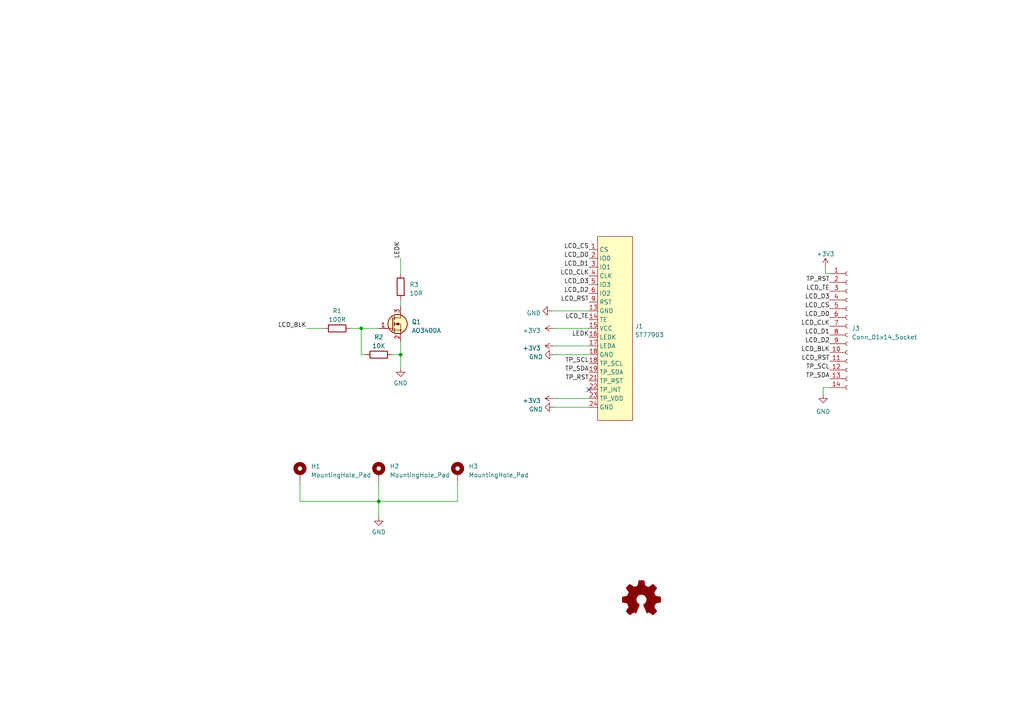
<source format=kicad_sch>
(kicad_sch (version 20230221) (generator eeschema)
  (paper "A4")
  (lib_symbols
    (symbol "Connector:Conn_01x14_Socket" (pin_names (offset 1.016) hide)
      (property "Reference" "J" (at 0 17.78 0))
      (property "Value" "Conn_01x14_Socket" (at 0 -20.32 0))
      (symbol "Conn_01x14_Socket_1_1"
        (arc (start 0 -17.272) (mid -0.5058 -17.78) (end 0 -18.288) (stroke (width 0.1524)))
        (arc (start 0 -14.732) (mid -0.5058 -15.24) (end 0 -15.748) (stroke (width 0.1524)))
        (arc (start 0 -12.192) (mid -0.5058 -12.7) (end 0 -13.208) (stroke (width 0.1524)))
        (arc (start 0 -9.652) (mid -0.5058 -10.16) (end 0 -10.668) (stroke (width 0.1524)))
        (arc (start 0 -7.112) (mid -0.5058 -7.62) (end 0 -8.128) (stroke (width 0.1524)))
        (arc (start 0 -4.572) (mid -0.5058 -5.08) (end 0 -5.588) (stroke (width 0.1524)))
        (arc (start 0 -2.032) (mid -0.5058 -2.54) (end 0 -3.048) (stroke (width 0.1524)))
        (polyline (pts (xy -1.27 -17.78) (xy -0.508 -17.78)) (stroke (width 0.1524)))
        (polyline (pts (xy -1.27 -15.24) (xy -0.508 -15.24)) (stroke (width 0.1524)))
        (polyline (pts (xy -1.27 -12.7) (xy -0.508 -12.7)) (stroke (width 0.1524)))
        (polyline (pts (xy -1.27 -10.16) (xy -0.508 -10.16)) (stroke (width 0.1524)))
        (polyline (pts (xy -1.27 -7.62) (xy -0.508 -7.62)) (stroke (width 0.1524)))
        (polyline (pts (xy -1.27 -5.08) (xy -0.508 -5.08)) (stroke (width 0.1524)))
        (polyline (pts (xy -1.27 -2.54) (xy -0.508 -2.54)) (stroke (width 0.1524)))
        (polyline (pts (xy -1.27 0) (xy -0.508 0)) (stroke (width 0.1524)))
        (polyline (pts (xy -1.27 2.54) (xy -0.508 2.54)) (stroke (width 0.1524)))
        (polyline (pts (xy -1.27 5.08) (xy -0.508 5.08)) (stroke (width 0.1524)))
        (polyline (pts (xy -1.27 7.62) (xy -0.508 7.62)) (stroke (width 0.1524)))
        (polyline (pts (xy -1.27 10.16) (xy -0.508 10.16)) (stroke (width 0.1524)))
        (polyline (pts (xy -1.27 12.7) (xy -0.508 12.7)) (stroke (width 0.1524)))
        (polyline (pts (xy -1.27 15.24) (xy -0.508 15.24)) (stroke (width 0.1524)))
        (arc (start 0 0.508) (mid -0.5058 0) (end 0 -0.508) (stroke (width 0.1524)))
        (arc (start 0 3.048) (mid -0.5058 2.54) (end 0 2.032) (stroke (width 0.1524)))
        (arc (start 0 5.588) (mid -0.5058 5.08) (end 0 4.572) (stroke (width 0.1524)))
        (arc (start 0 8.128) (mid -0.5058 7.62) (end 0 7.112) (stroke (width 0.1524)))
        (arc (start 0 10.668) (mid -0.5058 10.16) (end 0 9.652) (stroke (width 0.1524)))
        (arc (start 0 13.208) (mid -0.5058 12.7) (end 0 12.192) (stroke (width 0.1524)))
        (arc (start 0 15.748) (mid -0.5058 15.24) (end 0 14.732) (stroke (width 0.1524)))
        (pin passive line (at -5.08 15.24 0) (length 3.81) (name "Pin_1") (number "1"))
        (pin passive line (at -5.08 -7.62 0) (length 3.81) (name "Pin_10") (number "10"))
        (pin passive line (at -5.08 -10.16 0) (length 3.81) (name "Pin_11") (number "11"))
        (pin passive line (at -5.08 -12.7 0) (length 3.81) (name "Pin_12") (number "12"))
        (pin passive line (at -5.08 -15.24 0) (length 3.81) (name "Pin_13") (number "13"))
        (pin passive line (at -5.08 -17.78 0) (length 3.81) (name "Pin_14") (number "14"))
        (pin passive line (at -5.08 12.7 0) (length 3.81) (name "Pin_2") (number "2"))
        (pin passive line (at -5.08 10.16 0) (length 3.81) (name "Pin_3") (number "3"))
        (pin passive line (at -5.08 7.62 0) (length 3.81) (name "Pin_4") (number "4"))
        (pin passive line (at -5.08 5.08 0) (length 3.81) (name "Pin_5") (number "5"))
        (pin passive line (at -5.08 2.54 0) (length 3.81) (name "Pin_6") (number "6"))
        (pin passive line (at -5.08 0 0) (length 3.81) (name "Pin_7") (number "7"))
        (pin passive line (at -5.08 -2.54 0) (length 3.81) (name "Pin_8") (number "8"))
        (pin passive line (at -5.08 -5.08 0) (length 3.81) (name "Pin_9") (number "9"))
      )
    )
    (symbol "Device:R" (pin_numbers hide) (pin_names (offset 0))
      (property "Reference" "R" (at 2.032 0 90))
      (property "Value" "R" (at 0 0 90))
      (symbol "R_0_1"
        (rectangle (start -1.016 -2.54) (end 1.016 2.54) (stroke (width 0.254)))
      )
      (symbol "R_1_1"
        (pin passive line (at 0 3.81 270) (length 1.27) (name "~") (number "1"))
        (pin passive line (at 0 -3.81 90) (length 1.27) (name "~") (number "2"))
      )
    )
    (symbol "Graphic:Logo_Open_Hardware_Small" (in_bom no) (on_board no)
      (symbol "Logo_Open_Hardware_Small_0_1"
        (polyline (pts (xy 3.3528 -4.3434) (xy 3.302 -4.318) (xy 3.175 -4.2418) (xy 2.9972 -4.1148) (xy 2.7686 -3.9624) (xy 2.54 -3.81) (xy 2.3622 -3.7084) (xy 2.2352 -3.6068) (xy 2.1844 -3.5814) (xy 2.159 -3.6068) (xy 2.0574 -3.6576) (xy 1.905 -3.7338) (xy 1.8034 -3.7846) (xy 1.6764 -3.8354) (xy 1.6002 -3.8354) (xy 1.6002 -3.8354) (xy 1.5494 -3.7338) (xy 1.4732 -3.5306) (xy 1.3462 -3.302) (xy 1.2446 -3.0226) (xy 1.1176 -2.7178) (xy 0.9652 -2.413) (xy 0.8636 -2.1082) (xy 0.7366 -1.8288) (xy 0.6604 -1.6256) (xy 0.6096 -1.4732) (xy 0.5842 -1.397) (xy 0.5842 -1.397) (xy 0.6604 -1.3208) (xy 0.7874 -1.2446) (xy 1.0414 -1.016) (xy 1.2954 -0.6858) (xy 1.4478 -0.3302) (xy 1.524 0.0762) (xy 1.4732 0.4572) (xy 1.3208 0.8128) (xy 1.0668 1.143) (xy 0.762 1.3716) (xy 0.4064 1.524) (xy 0 1.5748) (xy -0.381 1.5494) (xy -0.7366 1.397) (xy -1.0668 1.143) (xy -1.2192 0.9906) (xy -1.397 0.6604) (xy -1.524 0.3048) (xy -1.524 0.2286) (xy -1.4986 -0.1778) (xy -1.397 -0.5334) (xy -1.1938 -0.8636) (xy -0.9144 -1.143) (xy -0.8636 -1.1684) (xy -0.7366 -1.27) (xy -0.635 -1.3462) (xy -0.5842 -1.397) (xy -1.0668 -2.5908) (xy -1.143 -2.794) (xy -1.2954 -3.1242) (xy -1.397 -3.4036) (xy -1.4986 -3.6322) (xy -1.5748 -3.7846) (xy -1.6002 -3.8354) (xy -1.6002 -3.8354) (xy -1.651 -3.8354) (xy -1.7272 -3.81) (xy -1.905 -3.7338) (xy -2.0066 -3.683) (xy -2.1336 -3.6068) (xy -2.2098 -3.5814) (xy -2.2606 -3.6068) (xy -2.3622 -3.683) (xy -2.54 -3.81) (xy -2.7686 -3.9624) (xy -2.9718 -4.0894) (xy -3.1496 -4.2164) (xy -3.302 -4.318) (xy -3.3528 -4.3434) (xy -3.3782 -4.3434) (xy -3.429 -4.318) (xy -3.5306 -4.2164) (xy -3.7084 -4.064) (xy -3.937 -3.8354) (xy -3.9624 -3.81) (xy -4.1656 -3.6068) (xy -4.318 -3.4544) (xy -4.4196 -3.3274) (xy -4.445 -3.2766) (xy -4.445 -3.2766) (xy -4.4196 -3.2258) (xy -4.318 -3.0734) (xy -4.2164 -2.8956) (xy -4.064 -2.667) (xy -3.6576 -2.0828) (xy -3.8862 -1.5494) (xy -3.937 -1.3716) (xy -4.0386 -1.1684) (xy -4.0894 -1.0414) (xy -4.1148 -0.9652) (xy -4.191 -0.9398) (xy -4.318 -0.9144) (xy -4.5466 -0.8636) (xy -4.8006 -0.8128) (xy -5.0546 -0.7874) (xy -5.2578 -0.7366) (xy -5.4356 -0.7112) (xy -5.5118 -0.6858) (xy -5.5118 -0.6858) (xy -5.5372 -0.635) (xy -5.5372 -0.5588) (xy -5.5372 -0.4318) (xy -5.5626 -0.2286) (xy -5.5626 0.0762) (xy -5.5626 0.127) (xy -5.5372 0.4064) (xy -5.5372 0.635) (xy -5.5372 0.762) (xy -5.5372 0.8382) (xy -5.5372 0.8382) (xy -5.461 0.8382) (xy -5.3086 0.889) (xy -5.08 0.9144) (xy -4.826 0.9652) (xy -4.8006 0.9906) (xy -4.5466 1.0414) (xy -4.318 1.0668) (xy -4.1656 1.1176) (xy -4.0894 1.143) (xy -4.0894 1.143) (xy -4.0386 1.2446) (xy -3.9624 1.4224) (xy -3.8608 1.6256) (xy -3.7846 1.8288) (xy -3.7084 2.0066) (xy -3.6576 2.159) (xy -3.6322 2.2098) (xy -3.6322 2.2098) (xy -3.683 2.286) (xy -3.7592 2.413) (xy -3.8862 2.5908) (xy -4.064 2.8194) (xy -4.064 2.8448) (xy -4.2164 3.0734) (xy -4.3434 3.2512) (xy -4.4196 3.3782) (xy -4.445 3.4544) (xy -4.445 3.4544) (xy -4.3942 3.5052) (xy -4.2926 3.6322) (xy -4.1148 3.81) (xy -3.937 4.0132) (xy -3.8608 4.064) (xy -3.6576 4.2926) (xy -3.5052 4.4196) (xy -3.4036 4.4958) (xy -3.3528 4.5212) (xy -3.3528 4.5212) (xy -3.302 4.4704) (xy -3.1496 4.3688) (xy -2.9718 4.2418) (xy -2.7432 4.0894) (xy -2.7178 4.0894) (xy -2.4892 3.937) (xy -2.3114 3.81) (xy -2.1844 3.7084) (xy -2.1336 3.683) (xy -2.1082 3.683) (xy -2.032 3.7084) (xy -1.8542 3.7592) (xy -1.6764 3.8354) (xy -1.4732 3.937) (xy -1.27 4.0132) (xy -1.143 4.064) (xy -1.0668 4.1148) (xy -1.0668 4.1148) (xy -1.0414 4.191) (xy -1.016 4.3434) (xy -0.9652 4.572) (xy -0.9144 4.8514) (xy -0.889 4.9022) (xy -0.8382 5.1562) (xy -0.8128 5.3848) (xy -0.7874 5.5372) (xy -0.762 5.588) (xy -0.7112 5.6134) (xy -0.5842 5.6134) (xy -0.4064 5.6134) (xy -0.1524 5.6134) (xy 0.0762 5.6134) (xy 0.3302 5.6134) (xy 0.5334 5.6134) (xy 0.6858 5.588) (xy 0.7366 5.588) (xy 0.7366 5.588) (xy 0.762 5.5118) (xy 0.8128 5.334) (xy 0.8382 5.1054) (xy 0.9144 4.826) (xy 0.9144 4.7752) (xy 0.9652 4.5212) (xy 1.016 4.2926) (xy 1.0414 4.1402) (xy 1.0668 4.0894) (xy 1.0668 4.0894) (xy 1.1938 4.0386) (xy 1.3716 3.9624) (xy 1.5748 3.8608) (xy 2.0828 3.6576) (xy 2.7178 4.0894) (xy 2.7686 4.1402) (xy 2.9972 4.2926) (xy 3.175 4.4196) (xy 3.302 4.4958) (xy 3.3782 4.5212) (xy 3.3782 4.5212) (xy 3.429 4.4704) (xy 3.556 4.3434) (xy 3.7338 4.191) (xy 3.9116 3.9878) (xy 4.064 3.8354) (xy 4.2418 3.6576) (xy 4.3434 3.556) (xy 4.4196 3.4798) (xy 4.4196 3.429) (xy 4.4196 3.4036) (xy 4.3942 3.3274) (xy 4.2926 3.2004) (xy 4.1656 2.9972) (xy 4.0132 2.794) (xy 3.8862 2.5908) (xy 3.7592 2.3876) (xy 3.6576 2.2352) (xy 3.6322 2.159) (xy 3.6322 2.1336) (xy 3.683 2.0066) (xy 3.7592 1.8288) (xy 3.8608 1.6002) (xy 4.064 1.1176) (xy 4.3942 1.0414) (xy 4.5974 1.016) (xy 4.8768 0.9652) (xy 5.1308 0.9144) (xy 5.5372 0.8382) (xy 5.5626 -0.6604) (xy 5.4864 -0.6858) (xy 5.4356 -0.6858) (xy 5.2832 -0.7366) (xy 5.0546 -0.762) (xy 4.8006 -0.8128) (xy 4.5974 -0.8636) (xy 4.3688 -0.9144) (xy 4.2164 -0.9398) (xy 4.1402 -0.9398) (xy 4.1148 -0.9652) (xy 4.064 -1.0668) (xy 3.9878 -1.2446) (xy 3.9116 -1.4478) (xy 3.81 -1.651) (xy 3.7338 -1.8542) (xy 3.683 -2.0066) (xy 3.6576 -2.0828) (xy 3.683 -2.1336) (xy 3.7846 -2.2606) (xy 3.8862 -2.4638) (xy 4.0386 -2.667) (xy 4.191 -2.8956) (xy 4.318 -3.0734) (xy 4.3942 -3.2004) (xy 4.445 -3.2766) (xy 4.4196 -3.3274) (xy 4.3434 -3.429) (xy 4.1656 -3.5814) (xy 3.937 -3.8354) (xy 3.8862 -3.8608) (xy 3.683 -4.064) (xy 3.5306 -4.2164) (xy 3.4036 -4.318) (xy 3.3528 -4.3434)) (fill (type outline)))
      )
    )
    (symbol "Mechanical:MountingHole_Pad" (pin_numbers hide) (pin_names (offset 1.016) hide)
      (property "Reference" "H" (at 0 6.35 0))
      (property "Value" "MountingHole_Pad" (at 0 4.445 0))
      (symbol "MountingHole_Pad_0_1"
        (circle (center 0 1.27) (radius 1.27) (stroke (width 1.27)))
      )
      (symbol "MountingHole_Pad_1_1"
        (pin input line (at 0 -2.54 90) (length 2.54) (name "1") (number "1"))
      )
    )
    (symbol "PCM_Transistor_MOSFET_AKL:AO3400A" (pin_names hide)
      (property "Reference" "Q" (at 5.08 1.27 0))
      (property "Value" "AO3400A" (at 5.08 -1.27 0))
      (symbol "AO3400A_0_1"
        (polyline (pts (xy 0.254 -1.27) (xy -2.54 -1.27)))
        (polyline (pts (xy 0.254 1.905) (xy 0.254 -1.905)) (stroke (width 0.254)))
        (polyline (pts (xy 0.762 -1.778) (xy 2.54 -1.778)))
        (polyline (pts (xy 0.762 -1.27) (xy 0.762 -2.286)) (stroke (width 0.254)))
        (polyline (pts (xy 0.762 0.508) (xy 0.762 -0.508)) (stroke (width 0.254)))
        (polyline (pts (xy 0.762 2.286) (xy 0.762 1.27)) (stroke (width 0.254)))
        (polyline (pts (xy 2.54 1.778) (xy 0.762 1.778)))
        (polyline (pts (xy 2.54 2.54) (xy 2.54 1.778)))
        (polyline (pts (xy 2.54 -2.54) (xy 2.54 0) (xy 0.762 0)))
        (polyline (pts (xy 1.016 0) (xy 2.032 0.381) (xy 2.032 -0.381) (xy 1.016 0)) (fill (type outline)))
        (circle (center 1.651 0) (radius 2.794) (stroke (width 0.254)) (fill (type background)))
        (circle (center 2.54 -1.778) (radius 0.1778) (fill (type outline)))
      )
      (symbol "AO3400A_1_1"
        (pin input line (at -3.81 -1.27 0) (length 2.54) (name "G") (number "1"))
        (pin passive line (at 2.54 -5.08 90) (length 2.54) (name "S") (number "2"))
        (pin passive line (at 2.54 5.08 270) (length 2.54) (name "D") (number "3"))
      )
    )
    (symbol "ST77903:ST77903"
      (property "Reference" "J" (at -5.08 30.48 0))
      (property "Value" "ST77903" (at -1.27 27.94 0))
      (symbol "ST77903_0_1"
        (rectangle (start -5.08 26.67) (end 5.08 -26.67) (fill (type background)))
      )
      (symbol "ST77903_1_0"
        (pin input line (at -7.62 22.86 0) (length 2.54) (name "CS") (number "1"))
        (pin power_in line (at -7.62 5.08 0) (length 2.54) (name "GND") (number "13"))
        (pin output line (at -7.62 2.54 0) (length 2.54) (name "TE") (number "14"))
        (pin power_in line (at -7.62 0 0) (length 2.54) (name "VCC") (number "15"))
        (pin power_in line (at -7.62 -2.54 0) (length 2.54) (name "LEDK") (number "16"))
        (pin power_in line (at -7.62 -5.08 0) (length 2.54) (name "LEDA") (number "17"))
        (pin power_in line (at -7.62 -7.62 0) (length 2.54) (name "GND") (number "18"))
        (pin input line (at -7.62 -10.16 0) (length 2.54) (name "TP_SCL") (number "18"))
        (pin open_collector line (at -7.62 -12.7 0) (length 2.54) (name "TP_SDA") (number "19"))
        (pin bidirectional line (at -7.62 20.32 0) (length 2.54) (name "IO0") (number "2"))
        (pin input line (at -7.62 -15.24 0) (length 2.54) (name "TP_RST") (number "21"))
        (pin output line (at -7.62 -17.78 0) (length 2.54) (name "TP_INT") (number "22"))
        (pin power_in line (at -7.62 -20.32 0) (length 2.54) (name "TP_VDD") (number "23"))
        (pin power_in line (at -7.62 -22.86 0) (length 2.54) (name "GND") (number "24"))
        (pin bidirectional line (at -7.62 17.78 0) (length 2.54) (name "IO1") (number "3"))
        (pin input line (at -7.62 15.24 0) (length 2.54) (name "CLK") (number "4"))
        (pin bidirectional line (at -7.62 12.7 0) (length 2.54) (name "IO3") (number "5"))
        (pin bidirectional line (at -7.62 10.16 0) (length 2.54) (name "IO2") (number "6"))
        (pin input line (at -7.62 7.62 0) (length 2.54) (name "RST") (number "9"))
      )
    )
    (symbol "power:+3V3" (power) (pin_names (offset 0))
      (property "Value" "+3V3" (at 0 3.556 0))
      (symbol "+3V3_0_1"
        (polyline (pts (xy -0.762 1.27) (xy 0 2.54)))
        (polyline (pts (xy 0 0) (xy 0 2.54)))
        (polyline (pts (xy 0 2.54) (xy 0.762 1.27)))
      )
      (symbol "+3V3_1_1"
        (pin power_in line (at 0 0 90) (length 0) hide (name "+3V3") (number "1"))
      )
    )
    (symbol "power:GND" (power) (pin_names (offset 0))
      (property "Value" "GND" (at 0 -3.81 0))
      (symbol "GND_0_1"
        (polyline (pts (xy 0 0) (xy 0 -1.27) (xy 1.27 -1.27) (xy 0 -2.54) (xy -1.27 -1.27) (xy 0 -1.27)))
      )
      (symbol "GND_1_1"
        (pin power_in line (at 0 0 270) (length 0) hide (name "GND") (number "1"))
      )
    )
  )
  (junction (at 104.775 95.25))
  (junction (at 116.205 102.87))
  (junction (at 109.855 145.415))
  (no_connect (at 170.815 113.03))
  (wire (pts (xy 160.655 95.25) (xy 170.815 95.25)))
  (wire (pts (xy 160.02 90.17) (xy 170.815 90.17)))
  (wire (pts (xy 86.995 139.7) (xy 86.995 145.415)))
  (wire (pts (xy 88.9 95.25) (xy 93.98 95.25)))
  (wire (pts (xy 116.205 86.995) (xy 116.205 88.9)))
  (wire (pts (xy 160.655 100.33) (xy 170.815 100.33)))
  (wire (pts (xy 116.205 102.87) (xy 116.205 106.68)))
  (wire (pts (xy 86.995 145.415) (xy 109.855 145.415)))
  (wire (pts (xy 101.6 95.25) (xy 104.775 95.25)))
  (wire (pts (xy 116.205 74.93) (xy 116.205 79.375)))
  (wire (pts (xy 239.395 79.375) (xy 240.665 79.375)))
  (wire (pts (xy 116.205 99.06) (xy 116.205 102.87)))
  (wire (pts (xy 113.665 102.87) (xy 116.205 102.87)))
  (wire (pts (xy 109.855 145.415) (xy 109.855 149.86)))
  (wire (pts (xy 238.76 112.395) (xy 240.665 112.395)))
  (wire (pts (xy 160.655 102.87) (xy 170.815 102.87)))
  (wire (pts (xy 132.715 145.415) (xy 132.715 139.7)))
  (wire (pts (xy 104.775 95.25) (xy 109.855 95.25)))
  (wire (pts (xy 238.76 114.3) (xy 238.76 112.395)))
  (wire (pts (xy 106.045 102.87) (xy 104.775 102.87)))
  (wire (pts (xy 239.395 77.47) (xy 239.395 79.375)))
  (wire (pts (xy 104.775 102.87) (xy 104.775 95.25)))
  (wire (pts (xy 109.855 145.415) (xy 132.715 145.415)))
  (wire (pts (xy 109.855 139.7) (xy 109.855 145.415)))
  (wire (pts (xy 160.655 115.57) (xy 170.815 115.57)))
  (wire (pts (xy 160.655 118.11) (xy 170.815 118.11)))
  (label "TP_RST" (at 240.665 81.915 180))
  (label "LCD_D2" (at 240.665 99.695 180))
  (label "LCD_CLK" (at 240.665 94.615 180))
  (label "LEDK" (at 170.815 97.79 180))
  (label "LEDK" (at 116.205 74.93 90))
  (label "LCD_D2" (at 170.815 85.09 180))
  (label "TP_SCL" (at 240.665 107.315 180))
  (label "LCD_RST" (at 240.665 104.775 180))
  (label "LCD_BLK" (at 240.665 102.235 180))
  (label "LCD_D0" (at 240.665 92.075 180))
  (label "LCD_BLK" (at 88.9 95.25 180))
  (label "LCD_D3" (at 240.665 86.995 180))
  (label "LCD_CLK" (at 170.815 80.01 180))
  (label "LCD_D1" (at 170.815 77.47 180))
  (label "TP_SCL" (at 170.815 105.41 180))
  (label "TP_SDA" (at 170.815 107.95 180))
  (label "TP_RST" (at 170.815 110.49 180))
  (label "LCD_CS" (at 240.665 89.535 180))
  (label "LCD_D1" (at 240.665 97.155 180))
  (label "LCD_RST" (at 170.815 87.63 180))
  (label "TP_SDA" (at 240.665 109.855 180))
  (label "LCD_TE" (at 240.665 84.455 180))
  (label "LCD_TE" (at 170.815 92.71 180))
  (label "LCD_D3" (at 170.815 82.55 180))
  (label "LCD_CS" (at 170.815 72.39 180))
  (label "LCD_D0" (at 170.815 74.93 180))
  (symbol (lib_id "power:+3V3") (at 160.655 95.25 90) (unit 1)
    (property "Reference" "#PWR04" (effects hide))
    (property "Value" "+3V3" (at 156.845 95.885 90) (effects (justify left)))
  )
  (symbol (lib_id "Connector:Conn_01x14_Socket") (at 245.745 94.615 0) (unit 1)
    (property "Reference" "J3" (at 247.015 95.25 0) (effects (justify left)))
    (property "Value" "Conn_01x14_Socket" (at 247.015 97.79 0) (effects (justify left)))
    (property "Footprint" "Connector_JST:JST_SHL_SM14B-SHLS-TF_1x14-1MP_P1.00mm_Horizontal" (effects hide))
  )
  (symbol (lib_id "power:GND") (at 109.855 149.86 0) (unit 1)
    (property "Reference" "#PWR06" (effects hide))
    (property "Value" "GND" (at 109.855 154.305 0))
  )
  (symbol (lib_id "Device:R") (at 97.79 95.25 90) (unit 1)
    (property "Reference" "R1" (at 97.79 90.17 90))
    (property "Value" "100R" (at 97.79 92.71 90))
    (property "Footprint" "Resistor_SMD:R_0402_1005Metric" (effects hide))
  )
  (symbol (lib_id "power:GND") (at 116.205 106.68 0) (unit 1)
    (property "Reference" "#PWR01" (effects hide))
    (property "Value" "GND" (at 116.205 111.125 0))
  )
  (symbol (lib_id "Device:R") (at 116.205 83.185 0) (unit 1)
    (property "Reference" "R3" (at 118.745 82.55 0) (effects (justify left)))
    (property "Value" "10R" (at 118.745 85.09 0) (effects (justify left)))
    (property "Footprint" "Resistor_SMD:R_0402_1005Metric" (effects hide))
  )
  (symbol (lib_id "Graphic:Logo_Open_Hardware_Small") (at 186.055 173.99 0) (unit 1) (in_bom no) (on_board no)
    (property "Reference" "#SYM1" (effects hide))
    (property "Value" "Logo_Open_Hardware_Small" (effects hide))
    (property "Sim.Enable" "0" (effects hide))
  )
  (symbol (lib_id "power:+3V3") (at 160.655 115.57 90) (unit 1)
    (property "Reference" "#PWR08" (effects hide))
    (property "Value" "+3V3" (at 156.845 116.205 90) (effects (justify left)))
  )
  (symbol (lib_id "Mechanical:MountingHole_Pad") (at 132.715 137.16 0) (unit 1)
    (property "Reference" "H3" (at 135.89 135.255 0) (effects (justify left)))
    (property "Value" "MountingHole_Pad" (at 135.89 137.795 0) (effects (justify left)))
    (property "Footprint" "MountingHole:MountingHole_2.5mm_Pad_TopBottom" (effects hide))
  )
  (symbol (lib_id "power:GND") (at 238.76 114.3 0) (unit 1)
    (property "Reference" "#PWR010" (effects hide))
    (property "Value" "GND" (at 238.76 119.38 0))
  )
  (symbol (lib_id "power:+3V3") (at 160.655 100.33 90) (unit 1)
    (property "Reference" "#PWR02" (effects hide))
    (property "Value" "+3V3" (at 156.845 100.965 90) (effects (justify left)))
  )
  (symbol (lib_id "Mechanical:MountingHole_Pad") (at 86.995 137.16 0) (unit 1)
    (property "Reference" "H1" (at 90.17 135.255 0) (effects (justify left)))
    (property "Value" "MountingHole_Pad" (at 90.17 137.795 0) (effects (justify left)))
    (property "Footprint" "MountingHole:MountingHole_2.5mm_Pad_TopBottom" (effects hide))
  )
  (symbol (lib_id "power:GND") (at 160.02 90.17 270) (unit 1)
    (property "Reference" "#PWR03" (effects hide))
    (property "Value" "GND" (at 156.845 90.805 90) (effects (justify right)))
  )
  (symbol (lib_id "PCM_Transistor_MOSFET_AKL:AO3400A") (at 113.665 93.98 0) (unit 1)
    (property "Reference" "Q1" (at 119.38 93.345 0) (effects (justify left)))
    (property "Value" "AO3400A" (at 119.38 95.885 0) (effects (justify left)))
    (property "Footprint" "PCM_Package_TO_SOT_SMD_AKL:TSOT-23" (effects hide))
    (property "Datasheet" "https://www.tme.eu/Document/d4ede4a51fd4cb2a092d6e1960f91635/AO3400A.pdf" (effects hide))
  )
  (symbol (lib_id "power:GND") (at 160.655 102.87 270) (unit 1)
    (property "Reference" "#PWR09" (effects hide))
    (property "Value" "GND" (at 157.48 103.505 90) (effects (justify right)))
  )
  (symbol (lib_id "power:GND") (at 160.655 118.11 270) (unit 1)
    (property "Reference" "#PWR05" (effects hide))
    (property "Value" "GND" (at 157.48 118.745 90) (effects (justify right)))
  )
  (symbol (lib_id "ST77903:ST77903") (at 178.435 95.25 0) (unit 1)
    (property "Reference" "J1" (at 184.15 94.615 0) (effects (justify left)))
    (property "Value" "ST77903" (at 184.15 97.155 0) (effects (justify left)))
    (property "Footprint" "Connector_Molex:Molex_SlimStack_502430-2410_2x12_P0.40mm_Vertical" (effects hide))
  )
  (symbol (lib_id "Mechanical:MountingHole_Pad") (at 109.855 137.16 0) (unit 1)
    (property "Reference" "H2" (at 113.03 135.255 0) (effects (justify left)))
    (property "Value" "MountingHole_Pad" (at 113.03 137.795 0) (effects (justify left)))
    (property "Footprint" "MountingHole:MountingHole_2.5mm_Pad_TopBottom" (effects hide))
  )
  (symbol (lib_id "Device:R") (at 109.855 102.87 90) (unit 1)
    (property "Reference" "R2" (at 109.855 97.79 90))
    (property "Value" "10K" (at 109.855 100.33 90))
    (property "Footprint" "Resistor_SMD:R_0402_1005Metric" (effects hide))
  )
  (symbol (lib_id "power:+3V3") (at 239.395 77.47 0) (unit 1)
    (property "Reference" "#PWR011" (effects hide))
    (property "Value" "+3V3" (at 239.395 73.66 0))
  )
)
</source>
